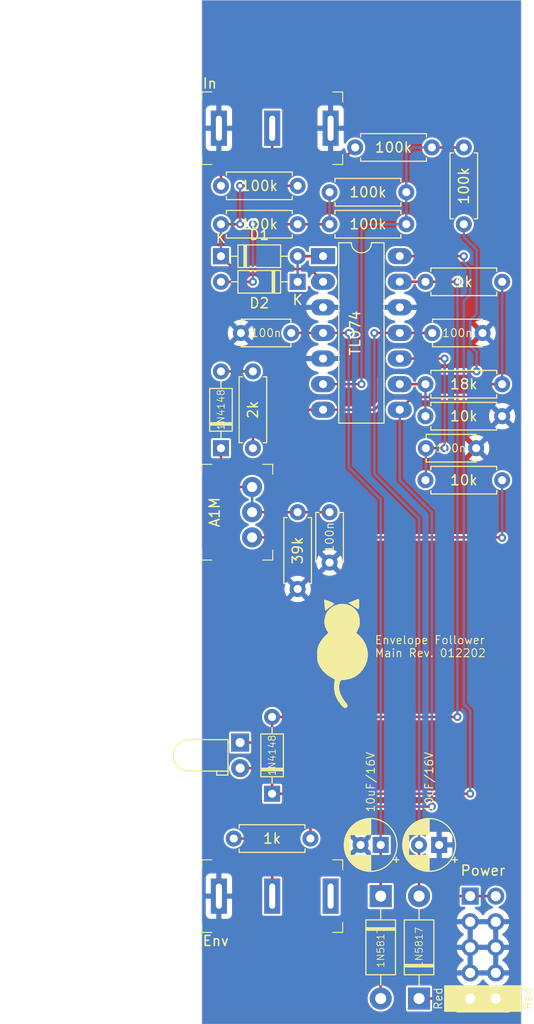
<source format=kicad_pcb>
(kicad_pcb (version 20211014) (generator pcbnew)
  (layers (0 "F.Cu" signal) (31 "B.Cu" signal) (34 "B.Paste" user) (35 "F.Paste" user) (36 "B.SilkS" user "B.Silkscreen") (37 "F.SilkS" user "F.Silkscreen") (38 "B.Mask" user) (39 "F.Mask" user) (44 "Edge.Cuts" user))
  (net 0 "")
  (net 1 "Net-(C1-Pad1)")
  (net 2 "GND")
  (net 3 "Net-(C2-Pad1)")
  (net 4 "+12V")
  (net 5 "-12V")
  (net 6 "Net-(D1-Pad1)")
  (net 7 "Net-(D1-Pad2)")
  (net 8 "Net-(D2-Pad2)")
  (net 9 "Net-(D3-Pad2)")
  (net 10 "Net-(D4-Pad1)")
  (net 11 "Net-(D4-Pad2)")
  (net 12 "Net-(D6-Pad2)")
  (net 13 "Net-(D7-Pad1)")
  (net 14 "Net-(J1-PadT)")
  (net 15 "Net-(J2-PadT)")
  (net 16 "Net-(P1-PadCW)")
  (net 17 "Net-(R1-Pad2)")
  (net 18 "Net-(R4-Pad2)")
  (net 19 "Net-(R12-Pad2)")
  (net 20 "Net-(R13-Pad1)")
  (footprint "Capacitor_THT:CP_Radial_D5.0mm_P2.00mm" (layer "F.Cu") (at 17.78 83.82 180)
    (fp_text reference "C3" hide)
    (fp_text value "10uF/16V" (at 1 3.175 90) (layer "F.SilkS") (effects (font (size 0.8 0.8) (thickness 0.1)) (justify left)))
    (pad "1" thru_hole rect (at 0 0 180) (size 1.6 1.6) (drill 0.8) (layers *.Cu *.Mask) (net 4 "+12V"))
    (pad "2" thru_hole circle (at 2 0 180) (size 1.6 1.6) (drill 0.8) (layers *.Cu *.Mask) (net 2 "GND"))
  )
  (footprint "Capacitor_THT:C_Disc_D4.7mm_W2.5mm_P5.00mm" (layer "F.Cu") (at 12.7 50.8 -90)
    (fp_text reference "C1" hide)
    (fp_text value "100n" (at 2.5 0 90) (layer "F.SilkS") (effects (font (size 0.8 0.8) (thickness 0.1))))
    (pad "1" thru_hole circle (at 0 0 270) (size 1.6 1.6) (drill 0.8) (layers *.Cu *.Mask) (net 1 "Net-(C1-Pad1)"))
    (pad "2" thru_hole circle (at 5 0 270) (size 1.6 1.6) (drill 0.8) (layers *.Cu *.Mask) (net 2 "GND"))
  )
  (footprint "Resistor_THT:R_Axial_DIN0207_L6.3mm_D2.5mm_P7.62mm_Horizontal" (layer "F.Cu") (at 29.845 41.275 180)
    (fp_text reference "R12" hide)
    (fp_text value "10k" (at 3.81 0) (layer "F.SilkS"))
    (pad "1" thru_hole circle (at 0 0 180) (size 1.6 1.6) (drill 0.8) (layers *.Cu *.Mask) (net 2 "GND"))
    (pad "2" thru_hole oval (at 7.62 0 180) (size 1.6 1.6) (drill 0.8) (layers *.Cu *.Mask) (net 19 "Net-(R12-Pad2)"))
  )
  (footprint "Resistor_THT:R_Axial_DIN0207_L6.3mm_D2.5mm_P7.62mm_Horizontal" (layer "F.Cu") (at 22.225 38.1)
    (fp_text reference "R5" hide)
    (fp_text value "18k" (at 3.81 0) (layer "F.SilkS"))
    (pad "1" thru_hole circle (at 0 0) (size 1.6 1.6) (drill 0.8) (layers *.Cu *.Mask) (net 19 "Net-(R12-Pad2)"))
    (pad "2" thru_hole oval (at 7.62 0) (size 1.6 1.6) (drill 0.8) (layers *.Cu *.Mask) (net 20 "Net-(R13-Pad1)"))
  )
  (footprint "Diode_THT:D_DO-35_SOD27_P7.62mm_Horizontal" (layer "F.Cu") (at 1.905 44.45 90)
    (fp_text reference "D3" hide)
    (fp_text value "1N4148" (at 3.81 0 90) (layer "F.SilkS") (effects (font (size 0.7 0.7) (thickness 0.08))))
    (pad "1" thru_hole rect (at 0 0 90) (size 1.6 1.6) (drill 0.8) (layers *.Cu *.Mask) (net 1 "Net-(C1-Pad1)"))
    (pad "2" thru_hole oval (at 7.62 0 90) (size 1.6 1.6) (drill 0.8) (layers *.Cu *.Mask) (net 9 "Net-(D3-Pad2)"))
  )
  (footprint "CATs_Eurosynth_Specials:CATs Tiny" (layer "F.Cu") (at 13.97 64.77)
    (fp_text reference "G***" hide)
    (fp_text value "LOGO" hide)
  )
  (footprint "Capacitor_THT:C_Disc_D4.7mm_W2.5mm_P5.00mm" (layer "F.Cu") (at 22.265 44.45)
    (fp_text reference "C2" hide)
    (fp_text value "100n" (at 2.5 0) (layer "F.SilkS") (effects (font (size 0.8 0.8) (thickness 0.1))))
    (pad "1" thru_hole circle (at 0 0) (size 1.6 1.6) (drill 0.8) (layers *.Cu *.Mask) (net 3 "Net-(C2-Pad1)"))
    (pad "2" thru_hole circle (at 5 0) (size 1.6 1.6) (drill 0.8) (layers *.Cu *.Mask) (net 2 "GND"))
  )
  (footprint "Diode_THT:D_DO-35_SOD27_P7.62mm_Horizontal" (layer "F.Cu") (at 1.905 25.4)
    (fp_text reference "D1" (at 3.81 -2.12) (layer "F.SilkS"))
    (fp_text value "1N4148")
    (fp_text user "K" (at 0 -1.8) (layer "F.SilkS"))
    (pad "1" thru_hole rect (at 0 0) (size 1.6 1.6) (drill 0.8) (layers *.Cu *.Mask) (net 6 "Net-(D1-Pad1)"))
    (pad "2" thru_hole oval (at 7.62 0) (size 1.6 1.6) (drill 0.8) (layers *.Cu *.Mask) (net 7 "Net-(D1-Pad2)"))
  )
  (footprint "Diode_THT:D_DO-35_SOD27_P7.62mm_Horizontal" (layer "F.Cu") (at 6.985 78.74 90)
    (fp_text reference "D4" hide)
    (fp_text value "1N4148" (at 3.81 0 90) (layer "F.SilkS") (effects (font (size 0.7 0.7) (thickness 0.08))))
    (pad "1" thru_hole rect (at 0 0 90) (size 1.6 1.6) (drill 0.8) (layers *.Cu *.Mask) (net 10 "Net-(D4-Pad1)"))
    (pad "2" thru_hole oval (at 7.62 0 90) (size 1.6 1.6) (drill 0.8) (layers *.Cu *.Mask) (net 11 "Net-(D4-Pad2)"))
  )
  (footprint "Capacitor_THT:CP_Radial_D5.0mm_P2.00mm" (layer "F.Cu") (at 23.59 83.82 180)
    (fp_text reference "C5" hide)
    (fp_text value "10uF/16V" (at 1 3.175 90) (layer "F.SilkS") (effects (font (size 0.8 0.8) (thickness 0.1)) (justify left)))
    (pad "1" thru_hole rect (at 0 0 180) (size 1.6 1.6) (drill 0.8) (layers *.Cu *.Mask) (net 2 "GND"))
    (pad "2" thru_hole circle (at 2 0 180) (size 1.6 1.6) (drill 0.8) (layers *.Cu *.Mask) (net 5 "-12V"))
  )
  (footprint "Capacitor_THT:C_Disc_D4.7mm_W2.5mm_P5.00mm" (layer "F.Cu") (at 27.9 33.02 180)
    (fp_text reference "C6" hide)
    (fp_text value "100n" (at 2.5 0) (layer "F.SilkS") (effects (font (size 0.8 0.8) (thickness 0.1))))
    (pad "1" thru_hole circle (at 0 0 180) (size 1.6 1.6) (drill 0.8) (layers *.Cu *.Mask) (net 2 "GND"))
    (pad "2" thru_hole circle (at 5 0 180) (size 1.6 1.6) (drill 0.8) (layers *.Cu *.Mask) (net 5 "-12V"))
  )
  (footprint "Resistor_THT:R_Axial_DIN0207_L6.3mm_D2.5mm_P7.62mm_Horizontal" (layer "F.Cu") (at 1.905 18.415)
    (fp_text reference "R6" hide)
    (fp_text value "100k" (at 3.81 0) (layer "F.SilkS"))
    (pad "1" thru_hole circle (at 0 0) (size 1.6 1.6) (drill 0.8) (layers *.Cu *.Mask) (net 14 "Net-(J1-PadT)"))
    (pad "2" thru_hole oval (at 7.62 0) (size 1.6 1.6) (drill 0.8) (layers *.Cu *.Mask) (net 6 "Net-(D1-Pad1)"))
  )
  (footprint "Diode_THT:D_DO-41_SOD81_P10.16mm_Horizontal" (layer "F.Cu") (at 17.78 88.9 -90)
    (fp_text reference "D6" hide)
    (fp_text value "1N5817" (at 5.08 0 90) (layer "F.SilkS") (effects (font (size 0.7 0.7) (thickness 0.08))))
    (pad "1" thru_hole rect (at 0 0 270) (size 2.2 2.2) (drill 1.1) (layers *.Cu *.Mask) (net 4 "+12V"))
    (pad "2" thru_hole oval (at 10.16 0 270) (size 2.2 2.2) (drill 1.1) (layers *.Cu *.Mask) (net 12 "Net-(D6-Pad2)"))
  )
  (footprint "Capacitor_THT:C_Disc_D4.7mm_W2.5mm_P5.00mm" (layer "F.Cu") (at 8.89 33.02 180)
    (fp_text reference "C4" hide)
    (fp_text value "100n" (at 2.5 0) (layer "F.SilkS") (effects (font (size 0.8 0.8) (thickness 0.1))))
    (pad "1" thru_hole circle (at 0 0 180) (size 1.6 1.6) (drill 0.8) (layers *.Cu *.Mask) (net 4 "+12V"))
    (pad "2" thru_hole circle (at 5 0 180) (size 1.6 1.6) (drill 0.8) (layers *.Cu *.Mask) (net 2 "GND"))
  )
  (footprint "Resistor_THT:R_Axial_DIN0207_L6.3mm_D2.5mm_P7.62mm_Horizontal" (layer "F.Cu") (at 10.795 83.185 180)
    (fp_text reference "R8" hide)
    (fp_text value "1k" (at 3.81 0) (layer "F.SilkS"))
    (pad "1" thru_hole circle (at 0 0 180) (size 1.6 1.6) (drill 0.8) (layers *.Cu *.Mask) (net 20 "Net-(R13-Pad1)"))
    (pad "2" thru_hole oval (at 7.62 0 180) (size 1.6 1.6) (drill 0.8) (layers *.Cu *.Mask) (net 15 "Net-(J2-PadT)"))
  )
  (footprint "Resistor_THT:R_Axial_DIN0207_L6.3mm_D2.5mm_P7.62mm_Horizontal" (layer "F.Cu") (at 12.7 22.225)
    (fp_text reference "R3" hide)
    (fp_text value "100k" (at 3.81 0) (layer "F.SilkS"))
    (pad "1" thru_hole circle (at 0 0) (size 1.6 1.6) (drill 0.8) (layers *.Cu *.Mask) (net 8 "Net-(D2-Pad2)"))
    (pad "2" thru_hole oval (at 7.62 0) (size 1.6 1.6) (drill 0.8) (layers *.Cu *.Mask) (net 17 "Net-(R1-Pad2)"))
  )
  (footprint "Resistor_THT:R_Axial_DIN0207_L6.3mm_D2.5mm_P7.62mm_Horizontal" (layer "F.Cu") (at 15.24 14.605)
    (fp_text reference "R1" hide)
    (fp_text value "100k" (at 3.81 0) (layer "F.SilkS"))
    (pad "1" thru_hole circle (at 0 0) (size 1.6 1.6) (drill 0.8) (layers *.Cu *.Mask) (net 14 "Net-(J1-PadT)"))
    (pad "2" thru_hole oval (at 7.62 0) (size 1.6 1.6) (drill 0.8) (layers *.Cu *.Mask) (net 17 "Net-(R1-Pad2)"))
  )
  (footprint "CATs_Eurosynth_Specials:Power_2x5_Vertical" (layer "F.Cu") (at 26.67 88.9)
    (fp_text reference "J3" hide)
    (fp_text value "Power" (at 1.27 -2.54) (layer "F.SilkS"))
    (fp_text user "Red" (at -3.175 10.16 90) (layer "F.SilkS") (effects (font (size 0.8 0.8) (thickness 0.1))))
    (fp_text user "Red" (at 5.715 10.16 90) (layer "F.SilkS") (effects (font (size 0.8 0.8) (thickness 0.1))))
    (pad "+12V" thru_hole oval locked (at 2.54 0) (size 1.7 1.7) (drill 1) (layers *.Cu *.Mask) (net 12 "Net-(D6-Pad2)"))
    (pad "+12V" thru_hole rect locked (at 0 0) (size 1.7 1.7) (drill 1) (layers *.Cu *.Mask) (net 12 "Net-(D6-Pad2)"))
    (pad "-12V" thru_hole oval locked (at 0 10.16) (size 1.7 1.7) (drill 1) (layers *.Cu *.Mask) (net 13 "Net-(D7-Pad1)"))
    (pad "-12V" thru_hole oval locked (at 2.54 10.16) (size 1.7 1.7) (drill 1) (layers *.Cu *.Mask) (net 13 "Net-(D7-Pad1)"))
    (pad "GND" thru_hole oval locked (at 0 5.08) (size 1.7 1.7) (drill 1) (layers *.Cu *.Mask) (net 2 "GND"))
    (pad "GND" thru_hole oval locked (at 2.54 7.62) (size 1.7 1.7) (drill 1) (layers *.Cu *.Mask) (net 2 "GND"))
    (pad "GND" thru_hole oval locked (at 0 2.54) (size 1.7 1.7) (drill 1) (layers *.Cu *.Mask) (net 2 "GND"))
    (pad "GND" thru_hole oval locked (at 0 7.62) (size 1.7 1.7) (drill 1) (layers *.Cu *.Mask) (net 2 "GND"))
    (pad "GND" thru_hole oval locked (at 2.54 5.08) (size 1.7 1.7) (drill 1) (layers *.Cu *.Mask) (net 2 "GND"))
    (pad "GND" thru_hole oval locked (at 2.54 2.54) (size 1.7 1.7) (drill 1) (layers *.Cu *.Mask) (net 2 "GND"))
  )
  (footprint "Resistor_THT:R_Axial_DIN0207_L6.3mm_D2.5mm_P7.62mm_Horizontal" (layer "F.Cu") (at 26.035 14.605 -90)
    (fp_text reference "R4" hide)
    (fp_text value "100k" (at 3.81 0 90) (layer "F.SilkS"))
    (pad "1" thru_hole circle (at 0 0 270) (size 1.6 1.6) (drill 0.8) (layers *.Cu *.Mask) (net 17 "Net-(R1-Pad2)"))
    (pad "2" thru_hole oval (at 7.62 0 270) (size 1.6 1.6) (drill 0.8) (layers *.Cu *.Mask) (net 18 "Net-(R4-Pad2)"))
  )
  (footprint "LED_THT:LED_D3.0mm_Horizontal_O1.27mm_Z10.0mm" (layer "F.Cu") (at 3.81 73.66 -90)
    (fp_text reference "D5" hide)
    (fp_text value "LED" hide)
    (pad "1" thru_hole rect (at 0 0 270) (size 1.8 1.8) (drill 0.9) (layers *.Cu *.Mask) (net 11 "Net-(D4-Pad2)"))
    (pad "2" thru_hole circle (at 2.54 0 270) (size 1.8 1.8) (drill 0.9) (layers *.Cu *.Mask) (net 10 "Net-(D4-Pad1)"))
  )
  (footprint "Connector_Audio_QingPu:Jack_3.5mm_QingPu_WQP-PJ323M" (layer "F.Cu") (at 0 12.7)
    (fp_text reference "J1" hide)
    (fp_text value "In" (at 0 -4.445) (layer "F.SilkS") (effects (justify left)))
    (pad "S" thru_hole rect locked (at 1.7 0) (size 1.6 3.5) (drill oval 0.6 2.5) (layers *.Cu *.Mask) (net 2 "GND"))
    (pad "T" thru_hole rect locked (at 7 0) (size 1.6 3.5) (drill oval 0.6 2.5) (layers *.Cu *.Mask) (net 14 "Net-(J1-PadT)"))
    (pad "TN" thru_hole rect locked (at 12.8 0) (size 1.6 3.5) (drill oval 0.6 2.5) (layers *.Cu *.Mask) (net 2 "GND"))
  )
  (footprint "Resistor_THT:R_Axial_DIN0207_L6.3mm_D2.5mm_P7.62mm_Horizontal" (layer "F.Cu") (at 9.525 58.42 90)
    (fp_text reference "R11" hide)
    (fp_text value "39k" (at 3.81 0 90) (layer "F.SilkS"))
    (pad "1" thru_hole circle (at 0 0 90) (size 1.6 1.6) (drill 0.8) (layers *.Cu *.Mask) (net 2 "GND"))
    (pad "2" thru_hole oval (at 7.62 0 90) (size 1.6 1.6) (drill 0.8) (layers *.Cu *.Mask) (net 1 "Net-(C1-Pad1)"))
  )
  (footprint "Resistor_THT:R_Axial_DIN0207_L6.3mm_D2.5mm_P7.62mm_Horizontal" (layer "F.Cu") (at 29.845 27.94 180)
    (fp_text reference "R13" hide)
    (fp_text value "1k" (at 3.81 0) (layer "F.SilkS"))
    (pad "1" thru_hole circle (at 0 0 180) (size 1.6 1.6) (drill 0.8) (layers *.Cu *.Mask) (net 20 "Net-(R13-Pad1)"))
    (pad "2" thru_hole oval (at 7.62 0 180) (size 1.6 1.6) (drill 0.8) (layers *.Cu *.Mask) (net 11 "Net-(D4-Pad2)"))
  )
  (footprint "Potentiometer_THT_Additional:Potentiometer_AlpsAlpine_RK0971110" (layer "F.Cu") (at 0 50.8 -90)
    (fp_text reference "P1" hide)
    (fp_text value "A1M" (at 0 -1.27 -90) (layer "F.SilkS"))
    (pad "CCW" thru_hole circle locked (at -2.5 -5 270) (size 2 2) (drill 1) (layers *.Cu *.Mask) (net 1 "Net-(C1-Pad1)"))
    (pad "CW" thru_hole circle locked (at 2.5 -5 270) (size 2 2) (drill 1) (layers *.Cu *.Mask) (net 16 "Net-(P1-PadCW)"))
    (pad "W" thru_hole circle locked (at 0 -5 270) (size 2 2) (drill 1) (layers *.Cu *.Mask) (net 1 "Net-(C1-Pad1)"))
  )
  (footprint "Resistor_THT:R_Axial_DIN0207_L6.3mm_D2.5mm_P7.62mm_Horizontal" (layer "F.Cu") (at 1.905 22.225)
    (fp_text reference "R2" hide)
    (fp_text value "100k" (at 3.81 0) (layer "F.SilkS"))
    (pad "1" thru_hole circle (at 0 0) (size 1.6 1.6) (drill 0.8) (layers *.Cu *.Mask) (net 6 "Net-(D1-Pad1)"))
    (pad "2" thru_hole oval (at 7.62 0) (size 1.6 1.6) (drill 0.8) (layers *.Cu *.Mask) (net 8 "Net-(D2-Pad2)"))
  )
  (footprint "Connector_Audio_QingPu:Jack_3.5mm_QingPu_WQP-PJ323M" (layer "F.Cu") (at 0 88.9)
    (fp_text reference "J2" hide)
    (fp_text value "Env" (at 0 4.445) (layer "F.SilkS") (effects (justify left)))
    (pad "S" thru_hole rect locked (at 1.7 0) (size 1.6 3.5) (drill oval 0.6 2.5) (layers *.Cu *.Mask) (net 2 "GND"))
    (pad "T" thru_hole rect locked (at 7 0) (size 1.6 3.5) (drill oval 0.6 2.5) (layers *.Cu *.Mask) (net 15 "Net-(J2-PadT)"))
    (pad "TN" thru_hole rect locked (at 12.8 0) (size 1.6 3.5) (drill oval 0.6 2.5) (layers *.Cu *.Mask))
  )
  (footprint "Package_DIP:DIP-14_W7.62mm_LongPads" (layer "F.Cu") (at 12.05 25.395)
    (fp_text reference "U1" hide)
    (fp_text value "TL074" (at 3.19 7.625 90) (layer "F.SilkS"))
    (pad "1" thru_hole rect (at 0 0) (size 2.4 1.6) (drill 0.8) (layers *.Cu *.Mask) (net 7 "Net-(D1-Pad2)"))
    (pad "2" thru_hole oval (at 0 2.54) (size 2.4 1.6) (drill 0.8) (layers *.Cu *.Mask) (net 6 "Net-(D1-Pad1)"))
    (pad "3" thru_hole oval (at 0 5.08) (size 2.4 1.6) (drill 0.8) (layers *.Cu *.Mask) (net 2 "GND"))
    (pad "4" thru_hole oval (at 0 7.62) (size 2.4 1.6) (drill 0.8) (layers *.Cu *.Mask) (net 4 "+12V"))
    (pad "5" thru_hole oval (at 0 10.16) (size 2.4 1.6) (drill 0.8) (layers *.Cu *.Mask) (net 2 "GND"))
    (pad "6" thru_hole oval (at 0 12.7) (size 2.4 1.6) (drill 0.8) (layers *.Cu *.Mask) (net 17 "Net-(R1-Pad2)"))
    (pad "7" thru_hole oval (at 0 15.24) (size 2.4 1.6) (drill 0.8) (layers *.Cu *.Mask) (net 18 "Net-(R4-Pad2)"))
    (pad "8" thru_hole oval (at 7.62 15.24) (size 2.4 1.6) (drill 0.8) (layers *.Cu *.Mask) (net 20 "Net-(R13-Pad1)"))
    (pad "9" thru_hole oval (at 7.62 12.7) (size 2.4 1.6) (drill 0.8) (layers *.Cu *.Mask) (net 19 "Net-(R12-Pad2)"))
    (pad "10" thru_hole oval (at 7.62 10.16) (size 2.4 1.6) (drill 0.8) (layers *.Cu *.Mask) (net 3 "Net-(C2-Pad1)"))
    (pad "11" thru_hole oval (at 7.62 7.62) (size 2.4 1.6) (drill 0.8) (layers *.Cu *.Mask) (net 5 "-12V"))
    (pad "12" thru_hole oval (at 7.62 5.08) (size 2.4 1.6) (drill 0.8) (layers *.Cu *.Mask) (net 2 "GND"))
    (pad "13" thru_hole oval (at 7.62 2.54) (size 2.4 1.6) (drill 0.8) (layers *.Cu *.Mask) (net 11 "Net-(D4-Pad2)"))
    (pad "14" thru_hole oval (at 7.62 0) (size 2.4 1.6) (drill 0.8) (layers *.Cu *.Mask) (net 10 "Net-(D4-Pad1)"))
  )
  (footprint "Diode_THT:D_DO-35_SOD27_P7.62mm_Horizontal" (layer "F.Cu") (at 9.525 27.94 180)
    (fp_text reference "D2" (at 3.81 -2.12) (layer "F.SilkS"))
    (fp_text value "1N4148")
    (fp_text user "K" (at 0 -1.8) (layer "F.SilkS"))
    (pad "1" thru_hole rect (at 0 0 180) (size 1.6 1.6) (drill 0.8) (layers *.Cu *.Mask) (net 7 "Net-(D1-Pad2)"))
    (pad "2" thru_hole oval (at 7.62 0 180) (size 1.6 1.6) (drill 0.8) (layers *.Cu *.Mask) (net 8 "Net-(D2-Pad2)"))
  )
  (footprint "Resistor_THT:R_Axial_DIN0207_L6.3mm_D2.5mm_P7.62mm_Horizontal" (layer "F.Cu") (at 29.845 47.625 180)
    (fp_text reference "R10" hide)
    (fp_text value "10k" (at 3.81 0) (layer "F.SilkS"))
    (pad "1" thru_hole circle (at 0 0 180) (size 1.6 1.6) (drill 0.8) (layers *.Cu *.Mask) (net 16 "Net-(P1-PadCW)"))
    (pad "2" thru_hole oval (at 7.62 0 180) (size 1.6 1.6) (drill 0.8) (layers *.Cu *.Mask) (net 3 "Net-(C2-Pad1)"))
  )
  (footprint "Resistor_THT:R_Axial_DIN0207_L6.3mm_D2.5mm_P7.62mm_Horizontal" (layer "F.Cu") (at 5.08 44.45 90)
    (fp_text reference "R9" hide)
    (fp_text value "2k" (at 3.81 0 90) (layer "F.SilkS"))
    (pad "1" thru_hole circle (at 0 0 90) (size 1.6 1.6) (drill 0.8) (layers *.Cu *.Mask) (net 18 "Net-(R4-Pad2)"))
    (pad "2" thru_hole oval (at 7.62 0 90) (size 1.6 1.6) (drill 0.8) (layers *.Cu *.Mask) (net 9 "Net-(D3-Pad2)"))
  )
  (footprint "Resistor_THT:R_Axial_DIN0207_L6.3mm_D2.5mm_P7.62mm_Horizontal" (layer "F.Cu") (at 12.7 19.05)
    (fp_text reference "R7" hide)
    (fp_text value "100k" (at 3.81 0) (layer "F.SilkS"))
    (pad "1" thru_hole circle (at 0 0) (size 1.6 1.6) (drill 0.8) (layers *.Cu *.Mask) (net 8 "Net-(D2-Pad2)"))
    (pad "2" thru_hole oval (at 7.62 0) (size 1.6 1.6) (drill 0.8) (layers *.Cu *.Mask) (net 17 "Net-(R1-Pad2)"))
  )
  (footprint "Diode_THT:D_DO-41_SOD81_P10.16mm_Horizontal" (layer "F.Cu") (at 21.59 99.06 90)
    (fp_text reference "D7" hide)
    (fp_text value "1N5817" (at 5.08 0 90) (layer "F.SilkS") (effects (font (size 0.7 0.7) (thickness 0.08))))
    (pad "1" thru_hole rect (at 0 0 90) (size 2.2 2.2) (drill 1.1) (layers *.Cu *.Mask) (net 13 "Net-(D7-Pad1)"))
    (pad "2" thru_hole oval (at 10.16 0 90) (size 2.2 2.2) (drill 1.1) (layers *.Cu *.Mask) (net 5 "-12V"))
  )
  (gr_line (start 0 0) (end 31.75 0) (layer "Edge.Cuts") (width 0.05))
  (gr_line (start 31.75 101.6) (end 0 101.6) (layer "Edge.Cuts") (width 0.05))
  (gr_line (start 31.75 0) (end 31.75 101.6) (layer "Edge.Cuts") (width 0.05))
  (gr_line (start 0 101.6) (end 0 0) (layer "Edge.Cuts") (width 0.05))
  (gr_text "Envelope Follower\nMain Rev. 012202" (at 17.145 64.135) (layer "F.SilkS") (effects (font (size 0.8 0.8) (thickness 0.1)) (justify left)))
  (segment (start 2.58 48.3) (end 1.905 47.625) (width 0.25) (layer "F.Cu") (net 1))
  (segment (start 5 48.3) (end 2.58 48.3) (width 0.25) (layer "F.Cu") (net 1))
  (segment (start 1.905 47.625) (end 1.905 44.45) (width 0.25) (layer "F.Cu") (net 1))
  (segment (start 9.525 50.8) (end 12.7 50.8) (width 0.25) (layer "F.Cu") (net 1))
  (segment (start 5 50.8) (end 9.525 50.8) (width 0.25) (layer "F.Cu") (net 1))
  (segment (start 5 50.8) (end 5 48.3) (width 0.25) (layer "B.Cu") (net 1))
  (segment (start 22.265 44.45) (end 24.13 44.45) (width 0.25) (layer "F.Cu") (net 3))
  (segment (start 19.67 35.555) (end 24.125 35.555) (width 0.25) (layer "F.Cu") (net 3))
  (via (at 24.13 44.45) (size 0.8) (drill 0.4) (layers "F.Cu" "B.Cu") (net 3))
  (via (at 24.125 35.555) (size 0.8) (drill 0.4) (layers "F.Cu" "B.Cu") (net 3))
  (segment (start 22.265 47.585) (end 22.225 47.625) (width 0.25) (layer "B.Cu") (net 3))
  (segment (start 22.265 44.45) (end 22.265 47.585) (width 0.25) (layer "B.Cu") (net 3))
  (segment (start 24.125 35.555) (end 24.13 35.56) (width 0.25) (layer "B.Cu") (net 3))
  (segment (start 24.13 35.56) (end 24.13 44.45) (width 0.25) (layer "B.Cu") (net 3))
  (segment (start 8.895 33.015) (end 8.89 33.02) (width 0.25) (layer "F.Cu") (net 4))
  (segment (start 17.78 83.82) (end 17.78 88.9) (width 0.25) (layer "F.Cu") (net 4))
  (segment (start 12.05 33.015) (end 8.895 33.015) (width 0.25) (layer "F.Cu") (net 4))
  (segment (start 14.6 33.015) (end 12.05 33.015) (width 0.25) (layer "F.Cu") (net 4))
  (segment (start 14.605 33.02) (end 14.6 33.015) (width 0.25) (layer "F.Cu") (net 4))
  (via (at 14.605 33.02) (size 0.8) (drill 0.4) (layers "F.Cu" "B.Cu") (net 4))
  (segment (start 17.78 83.82) (end 17.78 49.53) (width 0.25) (layer "B.Cu") (net 4))
  (segment (start 17.78 49.53) (end 14.605 46.355) (width 0.25) (layer "B.Cu") (net 4))
  (segment (start 14.605 46.355) (end 14.605 33.02) (width 0.25) (layer "B.Cu") (net 4))
  (segment (start 19.67 33.015) (end 22.895 33.015) (width 0.25) (layer "F.Cu") (net 5))
  (segment (start 22.895 33.015) (end 22.9 33.02) (width 0.25) (layer "F.Cu") (net 5))
  (segment (start 21.59 88.9) (end 21.59 83.82) (width 0.25) (layer "F.Cu") (net 5))
  (segment (start 17.145 33.02) (end 17.15 33.015) (width 0.25) (layer "F.Cu") (net 5))
  (segment (start 17.15 33.015) (end 19.67 33.015) (width 0.25) (layer "F.Cu") (net 5))
  (via (at 17.145 33.02) (size 0.8) (drill 0.4) (layers "F.Cu" "B.Cu") (net 5))
  (segment (start 21.59 51.435) (end 17.145 46.99) (width 0.25) (layer "B.Cu") (net 5))
  (segment (start 21.59 83.82) (end 21.59 51.435) (width 0.25) (layer "B.Cu") (net 5))
  (segment (start 17.145 46.99) (end 17.145 33.02) (width 0.25) (layer "B.Cu") (net 5))
  (segment (start 9.525 18.415) (end 3.81 18.415) (width 0.25) (layer "F.Cu") (net 6))
  (segment (start 12.05 27.925) (end 12.05 27.935) (width 0.25) (layer "F.Cu") (net 6))
  (segment (start 1.905 25.4) (end 3.175 26.67) (width 0.25) (layer "F.Cu") (net 6))
  (segment (start 1.905 22.225) (end 3.81 22.225) (width 0.25) (layer "F.Cu") (net 6))
  (segment (start 3.175 26.67) (end 10.795 26.67) (width 0.25) (layer "F.Cu") (net 6))
  (segment (start 10.795 26.67) (end 12.05 27.925) (width 0.25) (layer "F.Cu") (net 6))
  (via (at 3.81 22.225) (size 0.8) (drill 0.4) (layers "F.Cu" "B.Cu") (net 6))
  (via (at 3.81 18.415) (size 0.8) (drill 0.4) (layers "F.Cu" "B.Cu") (net 6))
  (segment (start 3.81 18.415) (end 3.81 22.225) (width 0.25) (layer "B.Cu") (net 6))
  (segment (start 1.905 25.4) (end 1.905 22.225) (width 0.25) (layer "B.Cu") (net 6))
  (segment (start 9.525 25.4) (end 12.045 25.4) (width 0.25) (layer "F.Cu") (net 7))
  (segment (start 12.045 25.4) (end 12.05 25.395) (width 0.25) (layer "F.Cu") (net 7))
  (segment (start 9.525 27.94) (end 9.525 25.4) (width 0.25) (layer "B.Cu") (net 7))
  (segment (start 12.7 22.225) (end 9.525 22.225) (width 0.25) (layer "F.Cu") (net 8))
  (segment (start 9.525 22.225) (end 5.08 22.225) (width 0.25) (layer "F.Cu") (net 8))
  (segment (start 1.905 27.94) (end 5.08 27.94) (width 0.25) (layer "F.Cu") (net 8))
  (via (at 5.08 22.225) (size 0.8) (drill 0.4) (layers "F.Cu" "B.Cu") (net 8))
  (via (at 5.08 27.94) (size 0.8) (drill 0.4) (layers "F.Cu" "B.Cu") (net 8))
  (segment (start 12.7 19.05) (end 12.7 22.225) (width 0.25) (layer "B.Cu") (net 8))
  (segment (start 5.08 22.225) (end 5.08 27.94) (width 0.25) (layer "B.Cu") (net 8))
  (segment (start 1.905 36.83) (end 5.08 36.83) (width 0.25) (layer "F.Cu") (net 9))
  (segment (start 26.03 25.395) (end 26.035 25.4) (width 0.25) (layer "F.Cu") (net 10))
  (segment (start 26.67 78.74) (end 6.985 78.74) (width 0.25) (layer "F.Cu") (net 10))
  (segment (start 19.67 25.395) (end 26.03 25.395) (width 0.25) (layer "F.Cu") (net 10))
  (segment (start 3.81 76.2) (end 6.35 76.2) (width 0.25) (layer "F.Cu") (net 10))
  (segment (start 6.35 76.2) (end 6.985 76.835) (width 0.25) (layer "F.Cu") (net 10))
  (segment (start 6.985 76.835) (end 6.985 78.74) (width 0.25) (layer "F.Cu") (net 10))
  (via (at 26.67 78.74) (size 0.8) (drill 0.4) (layers "F.Cu" "B.Cu") (net 10))
  (via (at 26.035 25.4) (size 0.8) (drill 0.4) (layers "F.Cu" "B.Cu") (net 10))
  (segment (start 26.67 26.67) (end 26.67 29.21) (width 0.25) (layer "B.Cu") (net 10))
  (segment (start 26.67 70.485) (end 26.67 78.74) (width 0.25) (layer "B.Cu") (net 10))
  (segment (start 26.035 26.035) (end 26.67 26.67) (width 0.25) (layer "B.Cu") (net 10))
  (segment (start 26.67 29.21) (end 26.035 29.845) (width 0.25) (layer "B.Cu") (net 10))
  (segment (start 26.035 69.85) (end 26.67 70.485) (width 0.25) (layer "B.Cu") (net 10))
  (segment (start 26.035 25.4) (end 26.035 26.035) (width 0.25) (layer "B.Cu") (net 10))
  (segment (start 26.035 29.845) (end 26.035 69.85) (width 0.25) (layer "B.Cu") (net 10))
  (segment (start 19.67 27.935) (end 22.22 27.935) (width 0.25) (layer "F.Cu") (net 11))
  (segment (start 6.985 73.025) (end 6.985 71.12) (width 0.25) (layer "F.Cu") (net 11))
  (segment (start 22.225 27.94) (end 25.4 27.94) (width 0.25) (layer "F.Cu") (net 11))
  (segment (start 22.22 27.935) (end 22.225 27.94) (width 0.25) (layer "F.Cu") (net 11))
  (segment (start 6.985 71.12) (end 25.4 71.12) (width 0.25) (layer "F.Cu") (net 11))
  (segment (start 6.35 73.66) (end 6.985 73.025) (width 0.25) (layer "F.Cu") (net 11))
  (segment (start 3.81 73.66) (end 6.35 73.66) (width 0.25) (layer "F.Cu") (net 11))
  (via (at 25.4 27.94) (size 0.8) (drill 0.4) (layers "F.Cu" "B.Cu") (net 11))
  (via (at 25.4 71.12) (size 0.8) (drill 0.4) (layers "F.Cu" "B.Cu") (net 11))
  (segment (start 25.4 27.94) (end 25.4 71.12) (width 0.25) (layer "B.Cu") (net 11))
  (segment (start 17.78 94.615) (end 17.78 99.06) (width 0.25) (layer "F.Cu") (net 12))
  (segment (start 24.765 88.9) (end 24.13 89.535) (width 0.25) (layer "F.Cu") (net 12))
  (segment (start 29.21 88.9) (end 26.67 88.9) (width 0.25) (layer "F.Cu") (net 12))
  (segment (start 24.13 89.535) (end 24.13 93.345) (width 0.25) (layer "F.Cu") (net 12))
  (segment (start 24.13 93.345) (end 23.495 93.98) (width 0.25) (layer "F.Cu") (net 12))
  (segment (start 26.67 88.9) (end 24.765 88.9) (width 0.25) (layer "F.Cu") (net 12))
  (segment (start 18.415 93.98) (end 17.78 94.615) (width 0.25) (layer "F.Cu") (net 12))
  (segment (start 23.495 93.98) (end 18.415 93.98) (width 0.25) (layer "F.Cu") (net 12))
  (segment (start 29.21 99.06) (end 26.67 99.06) (width 0.25) (layer "F.Cu") (net 13))
  (segment (start 21.59 99.06) (end 26.67 99.06) (width 0.25) (layer "F.Cu") (net 13))
  (segment (start 7 12.7) (end 7 15.86) (width 0.25) (layer "F.Cu") (net 14))
  (segment (start 13.97 15.875) (end 15.24 14.605) (width 0.25) (layer "F.Cu") (net 14))
  (segment (start 2.54 15.875) (end 6.985 15.875) (width 0.25) (layer "F.Cu") (net 14))
  (segment (start 6.985 15.875) (end 13.97 15.875) (width 0.25) (layer "F.Cu") (net 14))
  (segment (start 1.905 18.415) (end 1.905 16.51) (width 0.25) (layer "F.Cu") (net 14))
  (segment (start 7 15.86) (end 6.985 15.875) (width 0.25) (layer "F.Cu") (net 14))
  (segment (start 1.905 16.51) (end 2.54 15.875) (width 0.25) (layer "F.Cu") (net 14))
  (segment (start 7 88.9) (end 7 83.835) (width 0.25) (layer "F.Cu") (net 15))
  (segment (start 6.35 83.185) (end 3.175 83.185) (width 0.25) (layer "F.Cu") (net 15))
  (segment (start 7 83.835) (end 6.35 83.185) (width 0.25) (layer "F.Cu") (net 15))
  (segment (start 5 53.3) (end 29.25 53.3) (width 0.25) (layer "F.Cu") (net 16))
  (segment (start 29.25 53.3) (end 29.805 53.3) (width 0.25) (layer "F.Cu") (net 16))
  (segment (start 29.805 53.3) (end 29.845 53.34) (width 0.25) (layer "F.Cu") (net 16))
  (via (at 29.845 53.34) (size 0.8) (drill 0.4) (layers "F.Cu" "B.Cu") (net 16))
  (segment (start 29.845 47.625) (end 29.845 53.34) (width 0.25) (layer "B.Cu") (net 16))
  (segment (start 15.87 38.095) (end 12.05 38.095) (width 0.25) (layer "F.Cu") (net 17))
  (segment (start 15.875 38.1) (end 15.87 38.095) (width 0.25) (layer "F.Cu") (net 17))
  (segment (start 22.86 14.605) (end 26.035 14.605) (width 0.25) (layer "F.Cu") (net 17))
  (via (at 15.875 38.1) (size 0.8) (drill 0.4) (layers "F.Cu" "B.Cu") (net 17))
  (segment (start 20.32 19.05) (end 20.32 15.24) (width 0.25) (layer "B.Cu") (net 17))
  (segment (start 20.32 15.24) (end 20.955 14.605) (width 0.25) (layer "B.Cu") (net 17))
  (segment (start 15.875 22.86) (end 15.875 38.1) (width 0.25) (layer "B.Cu") (net 17))
  (segment (start 20.955 14.605) (end 22.86 14.605) (width 0.25) (layer "B.Cu") (net 17))
  (segment (start 16.51 22.225) (end 15.875 22.86) (width 0.25) (layer "B.Cu") (net 17))
  (segment (start 20.32 22.225) (end 16.51 22.225) (width 0.25) (layer "B.Cu") (net 17))
  (segment (start 20.32 22.225) (end 20.32 19.05) (width 0.25) (layer "B.Cu") (net 17))
  (segment (start 5.08 44.45) (end 5.08 41.275) (width 0.25) (layer "F.Cu") (net 18))
  (segment (start 17.145 40.64) (end 17.14 40.635) (width 0.25) (layer "F.Cu") (net 18))
  (segment (start 17.78 37.465) (end 17.78 40.005) (width 0.25) (layer "F.Cu") (net 18))
  (segment (start 5.72 40.635) (end 12.05 40.635) (width 0.25) (layer "F.Cu") (net 18))
  (segment (start 17.14 40.635) (end 12.05 40.635) (width 0.25) (layer "F.Cu") (net 18))
  (segment (start 27.305 36.83) (end 18.415 36.83) (width 0.25) (layer "F.Cu") (net 18))
  (segment (start 17.78 40.005) (end 17.145 40.64) (width 0.25) (layer "F.Cu") (net 18))
  (segment (start 5.08 41.275) (end 5.72 40.635) (width 0.25) (layer "F.Cu") (net 18))
  (segment (start 18.415 36.83) (end 17.78 37.465) (width 0.25) (layer "F.Cu") (net 18))
  (via (at 27.305 36.83) (size 0.8) (drill 0.4) (layers "F.Cu" "B.Cu") (net 18))
  (segment (start 26.035 23.495) (end 27.305 24.765) (width 0.25) (layer "B.Cu") (net 18))
  (segment (start 26.67 31.75) (end 26.67 34.29) (width 0.25) (layer "B.Cu") (net 18))
  (segment (start 27.305 34.925) (end 27.305 36.83) (width 0.25) (layer "B.Cu") (net 18))
  (segment (start 26.67 34.29) (end 27.305 34.925) (width 0.25) (layer "B.Cu") (net 18))
  (segment (start 27.305 31.115) (end 26.67 31.75) (width 0.25) (layer "B.Cu") (net 18))
  (segment (start 27.305 24.765) (end 27.305 31.115) (width 0.25) (layer "B.Cu") (net 18))
  (segment (start 26.035 22.225) (end 26.035 23.495) (width 0.25) (layer "B.Cu") (net 18))
  (segment (start 22.22 38.095) (end 22.225 38.1) (width 0.25) (layer "F.Cu") (net 19))
  (segment (start 19.67 38.095) (end 22.22 38.095) (width 0.25) (layer "F.Cu") (net 19))
  (segment (start 22.225 38.1) (end 22.225 41.275) (width 0.25) (layer "B.Cu") (net 19))
  (segment (start 19.67 40.635) (end 20.325 40.635) (width 0.25) (layer "F.Cu") (net 20))
  (segment (start 19.67 40.635) (end 19.69 40.635) (width 0.25) (layer "F.Cu") (net 20))
  (segment (start 20.955 39.37) (end 27.305 39.37) (width 0.25) (layer "F.Cu") (net 20))
  (segment (start 28.575 38.1) (end 29.845 38.1) (width 0.25) (layer "F.Cu") (net 20))
  (segment (start 27.305 39.37) (end 28.575 38.1) (width 0.25) (layer "F.Cu") (net 20))
  (segment (start 11.43 80.01) (end 10.795 80.645) (width 0.25) (layer "F.Cu") (net 20))
  (segment (start 19.69 40.635) (end 20.955 39.37) (width 0.25) (layer "F.Cu") (net 20))
  (segment (start 22.86 80.01) (end 11.43 80.01) (width 0.25) (layer "F.Cu") (net 20))
  (segment (start 10.795 80.645) (end 10.795 83.185) (width 0.25) (layer "F.Cu") (net 20))
  (via (at 22.86 80.01) (size 0.8) (drill 0.4) (layers "F.Cu" "B.Cu") (net 20))
  (segment (start 29.845 27.94) (end 29.845 38.1) (width 0.25) (layer "B.Cu") (net 20))
  (segment (start 22.86 50.8) (end 22.86 80.01) (width 0.25) (layer "B.Cu") (net 20))
  (segment (start 19.67 40.635) (end 19.67 47.61) (width 0.25) (layer "B.Cu") (net 20))
  (segment (start 19.67 47.61) (end 22.86 50.8) (width 0.25) (layer "B.Cu") (net 20))
  (zone (net 2) (net_name "GND") (layers F&B.Cu) (connect_pads (clearance 0)) (min_thickness 0.254) (fill yes (thermal_gap 0.508) (thermal_bridge_width 0.508))
    (polygon (pts (xy 31.75 101.6) (xy 0 101.6) (xy 0 0) (xy 31.75 0)))
  )
)
</source>
